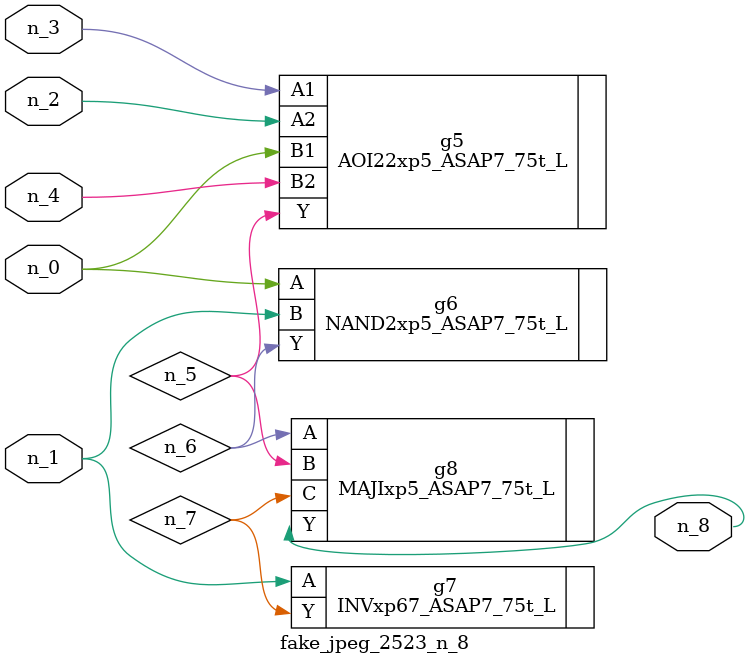
<source format=v>
module fake_jpeg_2523_n_8 (n_3, n_2, n_1, n_0, n_4, n_8);

input n_3;
input n_2;
input n_1;
input n_0;
input n_4;

output n_8;

wire n_6;
wire n_5;
wire n_7;

AOI22xp5_ASAP7_75t_L g5 ( 
.A1(n_3),
.A2(n_2),
.B1(n_0),
.B2(n_4),
.Y(n_5)
);

NAND2xp5_ASAP7_75t_L g6 ( 
.A(n_0),
.B(n_1),
.Y(n_6)
);

INVxp67_ASAP7_75t_L g7 ( 
.A(n_1),
.Y(n_7)
);

MAJIxp5_ASAP7_75t_L g8 ( 
.A(n_6),
.B(n_5),
.C(n_7),
.Y(n_8)
);


endmodule
</source>
